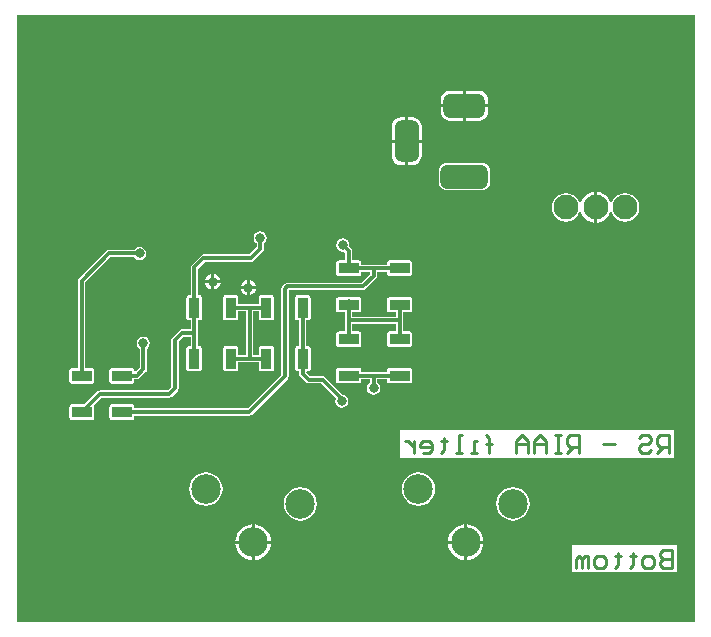
<source format=gbl>
G04 Layer_Physical_Order=2*
G04 Layer_Color=16711680*
%FSLAX44Y44*%
%MOMM*%
G71*
G01*
G75*
%ADD13R,1.7020X0.9140*%
%ADD14R,0.9140X1.7020*%
%ADD21C,0.3000*%
%ADD23C,0.2540*%
%ADD24C,2.1000*%
G04:AMPARAMS|DCode=25|XSize=2mm|YSize=4mm|CornerRadius=0.5mm|HoleSize=0mm|Usage=FLASHONLY|Rotation=270.000|XOffset=0mm|YOffset=0mm|HoleType=Round|Shape=RoundedRectangle|*
%AMROUNDEDRECTD25*
21,1,2.0000,3.0000,0,0,270.0*
21,1,1.0000,4.0000,0,0,270.0*
1,1,1.0000,-1.5000,-0.5000*
1,1,1.0000,-1.5000,0.5000*
1,1,1.0000,1.5000,0.5000*
1,1,1.0000,1.5000,-0.5000*
%
%ADD25ROUNDEDRECTD25*%
G04:AMPARAMS|DCode=26|XSize=3.5mm|YSize=2mm|CornerRadius=0.5mm|HoleSize=0mm|Usage=FLASHONLY|Rotation=270.000|XOffset=0mm|YOffset=0mm|HoleType=Round|Shape=RoundedRectangle|*
%AMROUNDEDRECTD26*
21,1,3.5000,1.0000,0,0,270.0*
21,1,2.5000,2.0000,0,0,270.0*
1,1,1.0000,-0.5000,-1.2500*
1,1,1.0000,-0.5000,1.2500*
1,1,1.0000,0.5000,1.2500*
1,1,1.0000,0.5000,-1.2500*
%
%ADD26ROUNDEDRECTD26*%
G04:AMPARAMS|DCode=27|XSize=2mm|YSize=3.5mm|CornerRadius=0.5mm|HoleSize=0mm|Usage=FLASHONLY|Rotation=270.000|XOffset=0mm|YOffset=0mm|HoleType=Round|Shape=RoundedRectangle|*
%AMROUNDEDRECTD27*
21,1,2.0000,2.5000,0,0,270.0*
21,1,1.0000,3.5000,0,0,270.0*
1,1,1.0000,-1.2500,-0.5000*
1,1,1.0000,-1.2500,0.5000*
1,1,1.0000,1.2500,0.5000*
1,1,1.0000,1.2500,-0.5000*
%
%ADD27ROUNDEDRECTD27*%
%ADD28C,2.5000*%
%ADD29C,0.8000*%
G36*
X576917Y3083D02*
X3083D01*
Y516917D01*
X576917D01*
Y3083D01*
D02*
G37*
%LPC*%
G36*
X559064Y165299D02*
X327488D01*
Y141936D01*
X559064D01*
Y165299D01*
D02*
G37*
G36*
X249569Y279582D02*
X240429D01*
X239637Y279424D01*
X238965Y278975D01*
X238515Y278303D01*
X238358Y277510D01*
Y260490D01*
X238515Y259697D01*
X238965Y259025D01*
X239637Y258576D01*
X240429Y258418D01*
X241916D01*
Y236582D01*
X240430D01*
X239637Y236424D01*
X238965Y235975D01*
X238516Y235303D01*
X238358Y234510D01*
Y217490D01*
X238516Y216697D01*
X238965Y216025D01*
X239637Y215576D01*
X240430Y215418D01*
X241917D01*
Y213000D01*
X241917Y213000D01*
X242151Y211820D01*
X242820Y210820D01*
X247820Y205820D01*
X247820Y205820D01*
X248820Y205152D01*
X250000Y204917D01*
X250000Y204917D01*
X260723D01*
X273072Y192568D01*
X272796Y192155D01*
X272368Y190000D01*
X272796Y187845D01*
X274017Y186017D01*
X275845Y184797D01*
X278000Y184368D01*
X280155Y184797D01*
X281983Y186017D01*
X283204Y187845D01*
X283632Y190000D01*
X283204Y192155D01*
X281983Y193983D01*
X280155Y195203D01*
X278909Y195451D01*
X264180Y210180D01*
X263180Y210849D01*
X262000Y211083D01*
X262000Y211083D01*
X251277D01*
X248212Y214148D01*
X248395Y215418D01*
X249570D01*
X250363Y215576D01*
X251035Y216025D01*
X251484Y216697D01*
X251642Y217490D01*
Y234510D01*
X251484Y235303D01*
X251035Y235975D01*
X250363Y236424D01*
X249570Y236582D01*
X248083D01*
Y258418D01*
X249569D01*
X250362Y258576D01*
X251035Y259025D01*
X251484Y259697D01*
X251641Y260490D01*
Y277510D01*
X251484Y278303D01*
X251035Y278975D01*
X250362Y279424D01*
X249569Y279582D01*
D02*
G37*
G36*
X343000Y129645D02*
X339339Y129163D01*
X335928Y127750D01*
X332998Y125502D01*
X330750Y122572D01*
X329337Y119161D01*
X328855Y115500D01*
X329337Y111839D01*
X330750Y108427D01*
X332998Y105498D01*
X335928Y103250D01*
X339339Y101837D01*
X343000Y101355D01*
X346661Y101837D01*
X350073Y103250D01*
X353002Y105498D01*
X355250Y108427D01*
X356663Y111839D01*
X357145Y115500D01*
X356663Y119161D01*
X355250Y122572D01*
X353002Y125502D01*
X350073Y127750D01*
X346661Y129163D01*
X343000Y129645D01*
D02*
G37*
G36*
X423000Y117145D02*
X419339Y116663D01*
X415928Y115250D01*
X412998Y113002D01*
X410750Y110072D01*
X409337Y106661D01*
X408855Y103000D01*
X409337Y99339D01*
X410750Y95927D01*
X412998Y92998D01*
X415928Y90750D01*
X419339Y89337D01*
X423000Y88855D01*
X426661Y89337D01*
X430073Y90750D01*
X433002Y92998D01*
X435250Y95927D01*
X436663Y99339D01*
X437145Y103000D01*
X436663Y106661D01*
X435250Y110072D01*
X433002Y113002D01*
X430073Y115250D01*
X426661Y116663D01*
X423000Y117145D01*
D02*
G37*
G36*
X163000Y129645D02*
X159339Y129163D01*
X155927Y127750D01*
X152998Y125502D01*
X150750Y122572D01*
X149337Y119161D01*
X148855Y115500D01*
X149337Y111839D01*
X150750Y108427D01*
X152998Y105498D01*
X155927Y103250D01*
X159339Y101837D01*
X163000Y101355D01*
X166661Y101837D01*
X170072Y103250D01*
X173002Y105498D01*
X175250Y108427D01*
X176663Y111839D01*
X177145Y115500D01*
X176663Y119161D01*
X175250Y122572D01*
X173002Y125502D01*
X170072Y127750D01*
X166661Y129163D01*
X163000Y129645D01*
D02*
G37*
G36*
X218829Y279582D02*
X209690D01*
X208897Y279424D01*
X208225Y278975D01*
X207775Y278303D01*
X207618Y277510D01*
Y272083D01*
X190641D01*
Y277510D01*
X190484Y278303D01*
X190035Y278975D01*
X189363Y279424D01*
X188570Y279582D01*
X179430D01*
X178637Y279424D01*
X177965Y278975D01*
X177516Y278303D01*
X177358Y277510D01*
Y260490D01*
X177516Y259697D01*
X177965Y259025D01*
X178637Y258576D01*
X179430Y258418D01*
X188570D01*
X189363Y258576D01*
X190035Y259025D01*
X190484Y259697D01*
X190641Y260490D01*
Y265917D01*
X196917D01*
Y229083D01*
X190642D01*
Y234510D01*
X190484Y235303D01*
X190035Y235975D01*
X189363Y236424D01*
X188570Y236582D01*
X179430D01*
X178637Y236424D01*
X177965Y235975D01*
X177516Y235303D01*
X177358Y234510D01*
Y217490D01*
X177516Y216697D01*
X177965Y216025D01*
X178637Y215576D01*
X179430Y215418D01*
X188570D01*
X189363Y215576D01*
X190035Y216025D01*
X190484Y216697D01*
X190642Y217490D01*
Y222917D01*
X207618D01*
Y217490D01*
X207776Y216697D01*
X208225Y216025D01*
X208897Y215576D01*
X209690Y215418D01*
X218830D01*
X219623Y215576D01*
X220295Y216025D01*
X220744Y216697D01*
X220902Y217490D01*
Y234510D01*
X220744Y235303D01*
X220295Y235975D01*
X219623Y236424D01*
X218830Y236582D01*
X209690D01*
X208897Y236424D01*
X208225Y235975D01*
X207776Y235303D01*
X207618Y234510D01*
Y229083D01*
X203083D01*
Y265917D01*
X207618D01*
Y260490D01*
X207775Y259697D01*
X208225Y259025D01*
X208897Y258576D01*
X209690Y258418D01*
X218829D01*
X219622Y258576D01*
X220294Y259025D01*
X220744Y259697D01*
X220901Y260490D01*
Y277510D01*
X220744Y278303D01*
X220294Y278975D01*
X219622Y279424D01*
X218829Y279582D01*
D02*
G37*
G36*
X197730Y284730D02*
X192571D01*
X192628Y284293D01*
X193287Y282702D01*
X194336Y281336D01*
X195702Y280287D01*
X197293Y279628D01*
X197730Y279571D01*
Y284730D01*
D02*
G37*
G36*
X335510Y278272D02*
X318490D01*
X317697Y278114D01*
X317025Y277665D01*
X316576Y276993D01*
X316418Y276200D01*
Y267060D01*
X316576Y266267D01*
X317025Y265595D01*
X317697Y265146D01*
X318490Y264988D01*
X323917D01*
Y261584D01*
X287084D01*
Y264988D01*
X292510D01*
X293303Y265146D01*
X293975Y265595D01*
X294424Y266267D01*
X294582Y267060D01*
Y276200D01*
X294424Y276993D01*
X293975Y277665D01*
X293303Y278114D01*
X292510Y278272D01*
X275490D01*
X274697Y278114D01*
X274025Y277665D01*
X273576Y276993D01*
X273418Y276200D01*
Y267060D01*
X273576Y266267D01*
X274025Y265595D01*
X274697Y265146D01*
X275490Y264988D01*
X280917D01*
Y258501D01*
Y249014D01*
X275491D01*
X274698Y248856D01*
X274026Y248407D01*
X273577Y247735D01*
X273419Y246942D01*
Y237802D01*
X273577Y237009D01*
X274026Y236337D01*
X274698Y235888D01*
X275491Y235730D01*
X292511D01*
X293304Y235888D01*
X293976Y236337D01*
X294425Y237009D01*
X294582Y237802D01*
Y246942D01*
X294425Y247735D01*
X293976Y248407D01*
X293304Y248856D01*
X292511Y249014D01*
X287084D01*
Y255417D01*
X323917D01*
Y249012D01*
X318490D01*
X317697Y248854D01*
X317025Y248405D01*
X316576Y247733D01*
X316418Y246940D01*
Y237800D01*
X316576Y237007D01*
X317025Y236335D01*
X317697Y235886D01*
X318490Y235728D01*
X335510D01*
X336303Y235886D01*
X336975Y236335D01*
X337424Y237007D01*
X337582Y237800D01*
Y246940D01*
X337424Y247733D01*
X336975Y248405D01*
X336303Y248854D01*
X335510Y249012D01*
X330083D01*
Y259000D01*
Y264988D01*
X335510D01*
X336303Y265146D01*
X336975Y265595D01*
X337424Y266267D01*
X337582Y267060D01*
Y276200D01*
X337424Y276993D01*
X336975Y277665D01*
X336303Y278114D01*
X335510Y278272D01*
D02*
G37*
G36*
X292511Y218274D02*
X275491D01*
X274698Y218116D01*
X274026Y217667D01*
X273577Y216995D01*
X273419Y216202D01*
Y207062D01*
X273577Y206269D01*
X274026Y205597D01*
X274698Y205148D01*
X275491Y204990D01*
X292511D01*
X293304Y205148D01*
X293976Y205597D01*
X294425Y206269D01*
X294582Y207062D01*
Y208549D01*
X301917D01*
Y205583D01*
X301017Y204983D01*
X299797Y203155D01*
X299368Y201000D01*
X299797Y198845D01*
X301017Y197017D01*
X302845Y195797D01*
X305000Y195368D01*
X307155Y195797D01*
X308983Y197017D01*
X310203Y198845D01*
X310632Y201000D01*
X310203Y203155D01*
X308983Y204983D01*
X308083Y205583D01*
Y208549D01*
X316418D01*
Y207060D01*
X316576Y206267D01*
X317025Y205595D01*
X317697Y205146D01*
X318490Y204988D01*
X335510D01*
X336303Y205146D01*
X336975Y205595D01*
X337424Y206267D01*
X337582Y207060D01*
Y216200D01*
X337424Y216993D01*
X336975Y217665D01*
X336303Y218114D01*
X335510Y218272D01*
X318490D01*
X317697Y218114D01*
X317025Y217665D01*
X316576Y216993D01*
X316418Y216200D01*
Y214715D01*
X294582D01*
Y216202D01*
X294425Y216995D01*
X293976Y217667D01*
X293304Y218116D01*
X292511Y218274D01*
D02*
G37*
G36*
X110000Y244632D02*
X107845Y244203D01*
X106017Y242983D01*
X104796Y241155D01*
X104368Y239000D01*
X104796Y236845D01*
X106017Y235017D01*
X106917Y234417D01*
Y218277D01*
X103852Y215212D01*
X102582Y215738D01*
Y215940D01*
X102424Y216733D01*
X101975Y217405D01*
X101303Y217854D01*
X100510Y218012D01*
X83490D01*
X82697Y217854D01*
X82025Y217405D01*
X81576Y216733D01*
X81418Y215940D01*
Y206800D01*
X81576Y206007D01*
X82025Y205335D01*
X82697Y204886D01*
X83490Y204728D01*
X100510D01*
X101303Y204886D01*
X101975Y205335D01*
X102424Y206007D01*
X102582Y206800D01*
Y208287D01*
X104370D01*
X104370Y208287D01*
X105550Y208521D01*
X106550Y209190D01*
X112180Y214820D01*
X112849Y215820D01*
X113083Y217000D01*
X113083Y217000D01*
Y234417D01*
X113983Y235017D01*
X115204Y236845D01*
X115632Y239000D01*
X115204Y241155D01*
X113983Y242983D01*
X112155Y244203D01*
X110000Y244632D01*
D02*
G37*
G36*
X381730Y69230D02*
X368012D01*
X368178Y67552D01*
X369038Y64717D01*
X370434Y62104D01*
X372314Y59814D01*
X374604Y57934D01*
X377217Y56538D01*
X380052Y55678D01*
X381730Y55512D01*
Y69230D01*
D02*
G37*
G36*
X397988D02*
X384270D01*
Y55512D01*
X385948Y55678D01*
X388783Y56538D01*
X391396Y57934D01*
X393686Y59814D01*
X395566Y62104D01*
X396962Y64717D01*
X397822Y67552D01*
X397988Y69230D01*
D02*
G37*
G36*
X217988D02*
X204270D01*
Y55512D01*
X205948Y55678D01*
X208783Y56538D01*
X211396Y57934D01*
X213686Y59814D01*
X215566Y62104D01*
X216962Y64717D01*
X217822Y67552D01*
X217988Y69230D01*
D02*
G37*
G36*
X562064Y68299D02*
X472682D01*
Y44936D01*
X562064D01*
Y68299D01*
D02*
G37*
G36*
X201730Y69230D02*
X188012D01*
X188178Y67552D01*
X189038Y64717D01*
X190434Y62104D01*
X192314Y59814D01*
X194604Y57934D01*
X197217Y56538D01*
X200052Y55678D01*
X201730Y55512D01*
Y69230D01*
D02*
G37*
G36*
X384270Y85488D02*
Y71770D01*
X397988D01*
X397822Y73448D01*
X396962Y76283D01*
X395566Y78896D01*
X393686Y81186D01*
X391396Y83066D01*
X388783Y84462D01*
X385948Y85322D01*
X384270Y85488D01*
D02*
G37*
G36*
X243000Y117145D02*
X239339Y116663D01*
X235928Y115250D01*
X232998Y113002D01*
X230750Y110072D01*
X229337Y106661D01*
X228855Y103000D01*
X229337Y99339D01*
X230750Y95927D01*
X232998Y92998D01*
X235928Y90750D01*
X239339Y89337D01*
X243000Y88855D01*
X246661Y89337D01*
X250072Y90750D01*
X253002Y92998D01*
X255250Y95927D01*
X256663Y99339D01*
X257145Y103000D01*
X256663Y106661D01*
X255250Y110072D01*
X253002Y113002D01*
X250072Y115250D01*
X246661Y116663D01*
X243000Y117145D01*
D02*
G37*
G36*
X381730Y85488D02*
X380052Y85322D01*
X377217Y84462D01*
X374604Y83066D01*
X372314Y81186D01*
X370434Y78896D01*
X369038Y76283D01*
X368178Y73448D01*
X368012Y71770D01*
X381730D01*
Y85488D01*
D02*
G37*
G36*
X201730D02*
X200052Y85322D01*
X197217Y84462D01*
X194604Y83066D01*
X192314Y81186D01*
X190434Y78896D01*
X189038Y76283D01*
X188178Y73448D01*
X188012Y71770D01*
X201730D01*
Y85488D01*
D02*
G37*
G36*
X204270D02*
Y71770D01*
X217988D01*
X217822Y73448D01*
X216962Y76283D01*
X215566Y78896D01*
X213686Y81186D01*
X211396Y83066D01*
X208783Y84462D01*
X205948Y85322D01*
X204270Y85488D01*
D02*
G37*
G36*
X345605Y408730D02*
X334270D01*
Y389895D01*
X338000D01*
X339968Y390154D01*
X341802Y390914D01*
X343378Y392122D01*
X344586Y393698D01*
X345346Y395532D01*
X345605Y397500D01*
Y408730D01*
D02*
G37*
G36*
X331730Y430105D02*
X328000D01*
X326032Y429846D01*
X324197Y429086D01*
X322622Y427878D01*
X321414Y426303D01*
X320654Y424468D01*
X320395Y422500D01*
Y411270D01*
X331730D01*
Y430105D01*
D02*
G37*
G36*
Y408730D02*
X320395D01*
Y397500D01*
X320654Y395532D01*
X321414Y393698D01*
X322622Y392122D01*
X324197Y390914D01*
X326032Y390154D01*
X328000Y389895D01*
X331730D01*
Y408730D01*
D02*
G37*
G36*
X491730Y366985D02*
X489596Y366704D01*
X486424Y365390D01*
X483700Y363300D01*
X481610Y360576D01*
X480638Y358229D01*
X479263D01*
X478503Y360064D01*
X476576Y362576D01*
X474064Y364503D01*
X471139Y365714D01*
X468000Y366128D01*
X464861Y365714D01*
X461936Y364503D01*
X459424Y362576D01*
X457497Y360064D01*
X456286Y357139D01*
X455872Y354000D01*
X456286Y350861D01*
X457497Y347936D01*
X459424Y345424D01*
X461936Y343497D01*
X464861Y342285D01*
X468000Y341872D01*
X471139Y342285D01*
X474064Y343497D01*
X476576Y345424D01*
X478503Y347936D01*
X479263Y349771D01*
X480638D01*
X481610Y347424D01*
X483700Y344700D01*
X486424Y342610D01*
X489596Y341296D01*
X491730Y341015D01*
Y354000D01*
Y366985D01*
D02*
G37*
G36*
X397000Y391580D02*
X367000D01*
X365297Y391356D01*
X363710Y390699D01*
X362347Y389653D01*
X361301Y388290D01*
X360644Y386703D01*
X360420Y385000D01*
Y375000D01*
X360644Y373297D01*
X361301Y371710D01*
X362347Y370347D01*
X363710Y369301D01*
X365297Y368644D01*
X367000Y368420D01*
X397000D01*
X398703Y368644D01*
X400290Y369301D01*
X401653Y370347D01*
X402699Y371710D01*
X403356Y373297D01*
X403580Y375000D01*
Y385000D01*
X403356Y386703D01*
X402699Y388290D01*
X401653Y389653D01*
X400290Y390699D01*
X398703Y391356D01*
X397000Y391580D01*
D02*
G37*
G36*
X380730Y452605D02*
X369500D01*
X367532Y452346D01*
X365698Y451586D01*
X364122Y450378D01*
X362914Y448803D01*
X362154Y446968D01*
X361895Y445000D01*
Y441270D01*
X380730D01*
Y452605D01*
D02*
G37*
G36*
X394500D02*
X383270D01*
Y441270D01*
X402105D01*
Y445000D01*
X401846Y446968D01*
X401086Y448803D01*
X399878Y450378D01*
X398302Y451586D01*
X396468Y452346D01*
X394500Y452605D01*
D02*
G37*
G36*
X402105Y438730D02*
X383270D01*
Y427395D01*
X394500D01*
X396468Y427654D01*
X398302Y428414D01*
X399878Y429622D01*
X401086Y431198D01*
X401846Y433032D01*
X402105Y435000D01*
Y438730D01*
D02*
G37*
G36*
X338000Y430105D02*
X334270D01*
Y411270D01*
X345605D01*
Y422500D01*
X345346Y424468D01*
X344586Y426303D01*
X343378Y427878D01*
X341802Y429086D01*
X339968Y429846D01*
X338000Y430105D01*
D02*
G37*
G36*
X380730Y438730D02*
X361895D01*
Y435000D01*
X362154Y433032D01*
X362914Y431198D01*
X364122Y429622D01*
X365698Y428414D01*
X367532Y427654D01*
X369500Y427395D01*
X380730D01*
Y438730D01*
D02*
G37*
G36*
X494270Y366985D02*
Y354000D01*
Y341015D01*
X496404Y341296D01*
X499576Y342610D01*
X502300Y344700D01*
X504390Y347424D01*
X505363Y349771D01*
X506737D01*
X507497Y347936D01*
X509424Y345424D01*
X511936Y343497D01*
X514861Y342285D01*
X518000Y341872D01*
X521139Y342285D01*
X524064Y343497D01*
X526576Y345424D01*
X528503Y347936D01*
X529715Y350861D01*
X530128Y354000D01*
X529715Y357139D01*
X528503Y360064D01*
X526576Y362576D01*
X524064Y364503D01*
X521139Y365714D01*
X518000Y366128D01*
X514861Y365714D01*
X511936Y364503D01*
X509424Y362576D01*
X507497Y360064D01*
X506737Y358229D01*
X505363D01*
X504390Y360576D01*
X502300Y363300D01*
X499576Y365390D01*
X496404Y366704D01*
X494270Y366985D01*
D02*
G37*
G36*
X197730Y292429D02*
X197293Y292372D01*
X195702Y291713D01*
X194336Y290664D01*
X193287Y289298D01*
X192628Y287707D01*
X192571Y287270D01*
X197730D01*
Y292429D01*
D02*
G37*
G36*
X200270D02*
Y287270D01*
X205429D01*
X205372Y287707D01*
X204713Y289298D01*
X203664Y290664D01*
X202298Y291713D01*
X200707Y292372D01*
X200270Y292429D01*
D02*
G37*
G36*
X175429Y289730D02*
X170270D01*
Y284571D01*
X170707Y284628D01*
X172298Y285287D01*
X173664Y286336D01*
X174713Y287702D01*
X175372Y289293D01*
X175429Y289730D01*
D02*
G37*
G36*
X205429Y284730D02*
X200270D01*
Y279571D01*
X200707Y279628D01*
X202298Y280287D01*
X203664Y281336D01*
X204713Y282702D01*
X205372Y284293D01*
X205429Y284730D01*
D02*
G37*
G36*
X167730Y289730D02*
X162571D01*
X162628Y289293D01*
X163287Y287702D01*
X164336Y286336D01*
X165702Y285287D01*
X167293Y284628D01*
X167730Y284571D01*
Y289730D01*
D02*
G37*
G36*
X209000Y333632D02*
X206845Y333204D01*
X205017Y331983D01*
X203797Y330155D01*
X203368Y328000D01*
X203797Y325845D01*
X205017Y324017D01*
X205917Y323416D01*
Y320277D01*
X199723Y314083D01*
X161000D01*
X161000Y314083D01*
X159820Y313848D01*
X158820Y313180D01*
X158820Y313180D01*
X151080Y305440D01*
X150411Y304440D01*
X150176Y303260D01*
X150176Y303260D01*
Y279582D01*
X148690D01*
X147897Y279424D01*
X147225Y278975D01*
X146776Y278303D01*
X146618Y277510D01*
Y260490D01*
X146776Y259697D01*
X147225Y259025D01*
X147897Y258576D01*
X148690Y258418D01*
X150177D01*
Y250583D01*
X142500D01*
X141320Y250348D01*
X140320Y249680D01*
X140320Y249680D01*
X134820Y244180D01*
X134151Y243180D01*
X133917Y242000D01*
X133917Y242000D01*
Y202277D01*
X130723Y199083D01*
X73370D01*
X72190Y198848D01*
X71190Y198180D01*
X71190Y198180D01*
X60281Y187272D01*
X49490D01*
X48697Y187114D01*
X48025Y186665D01*
X47576Y185993D01*
X47418Y185200D01*
Y176060D01*
X47576Y175267D01*
X48025Y174595D01*
X48697Y174146D01*
X49490Y173988D01*
X66510D01*
X67303Y174146D01*
X67975Y174595D01*
X68424Y175267D01*
X68582Y176060D01*
Y185200D01*
X68424Y185993D01*
X68143Y186413D01*
X74647Y192917D01*
X132000D01*
X132000Y192917D01*
X133180Y193151D01*
X134180Y193820D01*
X139180Y198820D01*
X139180Y198820D01*
X139848Y199820D01*
X140083Y201000D01*
Y240723D01*
X143777Y244417D01*
X150177D01*
Y236582D01*
X148690D01*
X147897Y236424D01*
X147225Y235975D01*
X146776Y235303D01*
X146618Y234510D01*
Y217490D01*
X146776Y216697D01*
X147225Y216025D01*
X147897Y215576D01*
X148690Y215418D01*
X157830D01*
X158623Y215576D01*
X159295Y216025D01*
X159744Y216697D01*
X159902Y217490D01*
Y234510D01*
X159744Y235303D01*
X159295Y235975D01*
X158623Y236424D01*
X157830Y236582D01*
X156343D01*
Y247500D01*
Y258418D01*
X157830D01*
X158623Y258576D01*
X159295Y259025D01*
X159744Y259697D01*
X159901Y260490D01*
Y277510D01*
X159744Y278303D01*
X159295Y278975D01*
X158623Y279424D01*
X157830Y279582D01*
X156343D01*
Y301982D01*
X162277Y307917D01*
X201000D01*
X201000Y307917D01*
X202180Y308151D01*
X203180Y308820D01*
X211180Y316820D01*
X211180Y316820D01*
X211849Y317820D01*
X212083Y319000D01*
X212083Y319000D01*
Y323416D01*
X212983Y324017D01*
X214203Y325845D01*
X214632Y328000D01*
X214203Y330155D01*
X212983Y331983D01*
X211155Y333204D01*
X209000Y333632D01*
D02*
G37*
G36*
X107000Y320632D02*
X104845Y320204D01*
X103017Y318983D01*
X102416Y318083D01*
X81000D01*
X81000Y318083D01*
X79820Y317848D01*
X78820Y317180D01*
X55820Y294180D01*
X55152Y293180D01*
X54917Y292000D01*
X54917Y292000D01*
Y218012D01*
X49490D01*
X48697Y217854D01*
X48025Y217405D01*
X47576Y216733D01*
X47418Y215940D01*
Y206800D01*
X47576Y206007D01*
X48025Y205335D01*
X48697Y204886D01*
X49490Y204728D01*
X66510D01*
X67303Y204886D01*
X67975Y205335D01*
X68424Y206007D01*
X68582Y206800D01*
Y215940D01*
X68424Y216733D01*
X67975Y217405D01*
X67303Y217854D01*
X66510Y218012D01*
X61083D01*
Y290723D01*
X82277Y311917D01*
X102416D01*
X103017Y311017D01*
X104845Y309797D01*
X107000Y309368D01*
X109155Y309797D01*
X110983Y311017D01*
X112204Y312845D01*
X112632Y315000D01*
X112204Y317155D01*
X110983Y318983D01*
X109155Y320204D01*
X107000Y320632D01*
D02*
G37*
G36*
X279000Y327632D02*
X276845Y327203D01*
X275017Y325983D01*
X273797Y324155D01*
X273368Y322000D01*
X273797Y319845D01*
X275017Y318017D01*
X276845Y316796D01*
X279000Y316368D01*
X280061Y316579D01*
X280917Y315723D01*
Y309012D01*
X275490D01*
X274697Y308854D01*
X274025Y308405D01*
X273576Y307733D01*
X273418Y306940D01*
Y297800D01*
X273576Y297007D01*
X274025Y296335D01*
X274697Y295886D01*
X275490Y295728D01*
X292510D01*
X293303Y295886D01*
X293975Y296335D01*
X294424Y297007D01*
X294582Y297800D01*
Y299287D01*
X301917D01*
Y297277D01*
X294723Y290083D01*
X232000D01*
X232000Y290083D01*
X230820Y289848D01*
X229820Y289180D01*
X229820Y289180D01*
X227820Y287180D01*
X227152Y286180D01*
X226917Y285000D01*
X226917Y285000D01*
Y212277D01*
X198353Y183713D01*
X102582D01*
Y185200D01*
X102424Y185993D01*
X101975Y186665D01*
X101303Y187114D01*
X100510Y187272D01*
X83490D01*
X82697Y187114D01*
X82025Y186665D01*
X81576Y185993D01*
X81418Y185200D01*
Y176060D01*
X81576Y175267D01*
X82025Y174595D01*
X82697Y174146D01*
X83490Y173988D01*
X100510D01*
X101303Y174146D01*
X101975Y174595D01*
X102424Y175267D01*
X102582Y176060D01*
Y177547D01*
X199630D01*
X199630Y177547D01*
X200810Y177781D01*
X201810Y178450D01*
X232180Y208820D01*
X232180Y208820D01*
X232848Y209820D01*
X233083Y211000D01*
X233083Y211000D01*
Y283723D01*
X233277Y283917D01*
X296000D01*
X296000Y283917D01*
X297180Y284151D01*
X298180Y284820D01*
X307180Y293820D01*
X307180Y293820D01*
X307848Y294820D01*
X308083Y296000D01*
Y299287D01*
X316418D01*
Y297800D01*
X316576Y297007D01*
X317025Y296335D01*
X317697Y295886D01*
X318490Y295728D01*
X335510D01*
X336303Y295886D01*
X336975Y296335D01*
X337424Y297007D01*
X337582Y297800D01*
Y306940D01*
X337424Y307733D01*
X336975Y308405D01*
X336303Y308854D01*
X335510Y309012D01*
X318490D01*
X317697Y308854D01*
X317025Y308405D01*
X316576Y307733D01*
X316418Y306940D01*
Y305453D01*
X294582D01*
Y306940D01*
X294424Y307733D01*
X293975Y308405D01*
X293303Y308854D01*
X292510Y309012D01*
X287083D01*
Y317000D01*
X287083Y317000D01*
X286849Y318180D01*
X286180Y319180D01*
X284421Y320939D01*
X284632Y322000D01*
X284203Y324155D01*
X282983Y325983D01*
X281155Y327203D01*
X279000Y327632D01*
D02*
G37*
G36*
X167730Y297429D02*
X167293Y297372D01*
X165702Y296713D01*
X164336Y295664D01*
X163287Y294298D01*
X162628Y292707D01*
X162571Y292270D01*
X167730D01*
Y297429D01*
D02*
G37*
G36*
X170270D02*
Y292270D01*
X175429D01*
X175372Y292707D01*
X174713Y294298D01*
X173664Y295664D01*
X172298Y296713D01*
X170707Y297372D01*
X170270Y297429D01*
D02*
G37*
%LPD*%
D13*
X327000Y271630D02*
D03*
Y302370D02*
D03*
X327000Y211630D02*
D03*
Y242370D02*
D03*
X58000Y180630D02*
D03*
Y211370D02*
D03*
X92000Y180630D02*
D03*
Y211370D02*
D03*
X284000Y271630D02*
D03*
Y302370D02*
D03*
X284001Y211632D02*
D03*
Y242372D02*
D03*
D14*
X184000Y269000D02*
D03*
X153260D02*
D03*
X245000D02*
D03*
X214259D02*
D03*
X184000Y226000D02*
D03*
X153260D02*
D03*
X245000D02*
D03*
X214260D02*
D03*
D21*
X305000Y211632D02*
X326998D01*
X284001D02*
X305000D01*
Y201000D02*
Y211632D01*
X326998D02*
X327000Y211630D01*
X278000Y190000D02*
Y192000D01*
X250000Y208000D02*
X262000D01*
X278000Y192000D01*
X92000Y211370D02*
X104370D01*
X110000Y217000D01*
Y239000D01*
X81000Y315000D02*
X107000D01*
X58000Y292000D02*
X81000Y315000D01*
X284000Y305370D02*
Y317000D01*
X279000Y322000D02*
X284000Y317000D01*
X284001Y242372D02*
X284002Y242370D01*
X245000Y213000D02*
X250000Y208000D01*
X245000Y213000D02*
Y226000D01*
X209000Y319000D02*
Y328000D01*
X201000Y311000D02*
X209000Y319000D01*
X161000Y311000D02*
X201000D01*
X153260Y303260D02*
X161000Y311000D01*
X153260Y269000D02*
Y303260D01*
Y269000D02*
X153260Y269000D01*
X214259Y269000D02*
X214260Y269000D01*
X245000Y226000D02*
Y269000D01*
Y226000D02*
X245000Y226000D01*
X58000Y211370D02*
Y292000D01*
X92000Y180630D02*
X199630D01*
X230000Y211000D01*
X58000Y180630D02*
X73370Y196000D01*
X132000D01*
X137000Y201000D01*
Y242000D01*
X142500Y247500D01*
X153260D01*
Y226000D02*
Y247500D01*
Y269000D01*
X296000Y287000D02*
X305000Y296000D01*
X230000Y211000D02*
Y285000D01*
X232000Y287000D02*
X296000D01*
X230000Y285000D02*
X232000Y287000D01*
X305000Y296000D02*
Y302370D01*
X284000D02*
X305000D01*
X326000D01*
X284000Y274630D02*
X284001Y274629D01*
X200000Y226000D02*
Y269000D01*
X184000Y226000D02*
X200000D01*
X214260D01*
X184000Y269000D02*
X200000D01*
X214259D01*
X284001Y258501D02*
X326501D01*
X327000Y259000D01*
X284001Y242372D02*
Y258501D01*
X327000Y242370D02*
Y259000D01*
Y270630D01*
X284001Y258501D02*
Y274629D01*
X326000Y302370D02*
X327000Y301370D01*
D23*
X558000Y64235D02*
Y49000D01*
X550382D01*
X547843Y51539D01*
Y54078D01*
X550382Y56617D01*
X558000D01*
X550382D01*
X547843Y59157D01*
Y61696D01*
X550382Y64235D01*
X558000D01*
X540226Y49000D02*
X535147D01*
X532608Y51539D01*
Y56617D01*
X535147Y59157D01*
X540226D01*
X542765Y56617D01*
Y51539D01*
X540226Y49000D01*
X524991Y61696D02*
Y59157D01*
X527530D01*
X522452D01*
X524991D01*
Y51539D01*
X522452Y49000D01*
X512295Y61696D02*
Y59157D01*
X514834D01*
X509756D01*
X512295D01*
Y51539D01*
X509756Y49000D01*
X499599D02*
X494521D01*
X491981Y51539D01*
Y56617D01*
X494521Y59157D01*
X499599D01*
X502138Y56617D01*
Y51539D01*
X499599Y49000D01*
X486903D02*
Y59157D01*
X484364D01*
X481825Y56617D01*
Y49000D01*
Y56617D01*
X479286Y59157D01*
X476746Y56617D01*
Y49000D01*
X555000Y146000D02*
Y161235D01*
X547383D01*
X544843Y158696D01*
Y153617D01*
X547383Y151078D01*
X555000D01*
X549922D02*
X544843Y146000D01*
X529608Y158696D02*
X532147Y161235D01*
X537226D01*
X539765Y158696D01*
Y156157D01*
X537226Y153617D01*
X532147D01*
X529608Y151078D01*
Y148539D01*
X532147Y146000D01*
X537226D01*
X539765Y148539D01*
X509295Y153617D02*
X499138D01*
X478825Y146000D02*
Y161235D01*
X471207D01*
X468668Y158696D01*
Y153617D01*
X471207Y151078D01*
X478825D01*
X473746D02*
X468668Y146000D01*
X463590Y161235D02*
X458511D01*
X461050D01*
Y146000D01*
X463590D01*
X458511D01*
X450894D02*
Y156157D01*
X445815Y161235D01*
X440737Y156157D01*
Y146000D01*
Y153617D01*
X450894D01*
X435659Y146000D02*
Y156157D01*
X430580Y161235D01*
X425502Y156157D01*
Y146000D01*
Y153617D01*
X435659D01*
X402649Y146000D02*
Y158696D01*
Y153617D01*
X405188D01*
X400110D01*
X402649D01*
Y158696D01*
X400110Y161235D01*
X392493Y146000D02*
X387414D01*
X389953D01*
Y156157D01*
X392493D01*
X379797Y146000D02*
X374718D01*
X377257D01*
Y161235D01*
X379797D01*
X364562Y158696D02*
Y156157D01*
X367101D01*
X362023D01*
X364562D01*
Y148539D01*
X362023Y146000D01*
X346787D02*
X351866D01*
X354405Y148539D01*
Y153617D01*
X351866Y156157D01*
X346787D01*
X344248Y153617D01*
Y151078D01*
X354405D01*
X339170Y156157D02*
Y146000D01*
Y151078D01*
X336631Y153617D01*
X334091Y156157D01*
X331552D01*
D24*
X468000Y354000D02*
D03*
X493000D02*
D03*
X518000D02*
D03*
D25*
X382000Y380000D02*
D03*
D26*
X333000Y410000D02*
D03*
D27*
X382000Y440000D02*
D03*
D28*
X343000Y115500D02*
D03*
X163000D02*
D03*
X243000Y103000D02*
D03*
X423000D02*
D03*
X383000Y70500D02*
D03*
X203000D02*
D03*
D29*
X199000Y286000D02*
D03*
X169000Y291000D02*
D03*
X305000Y201000D02*
D03*
X278000Y190000D02*
D03*
X107000Y315000D02*
D03*
X279000Y322000D02*
D03*
X209000Y328000D02*
D03*
X110000Y239000D02*
D03*
M02*

</source>
